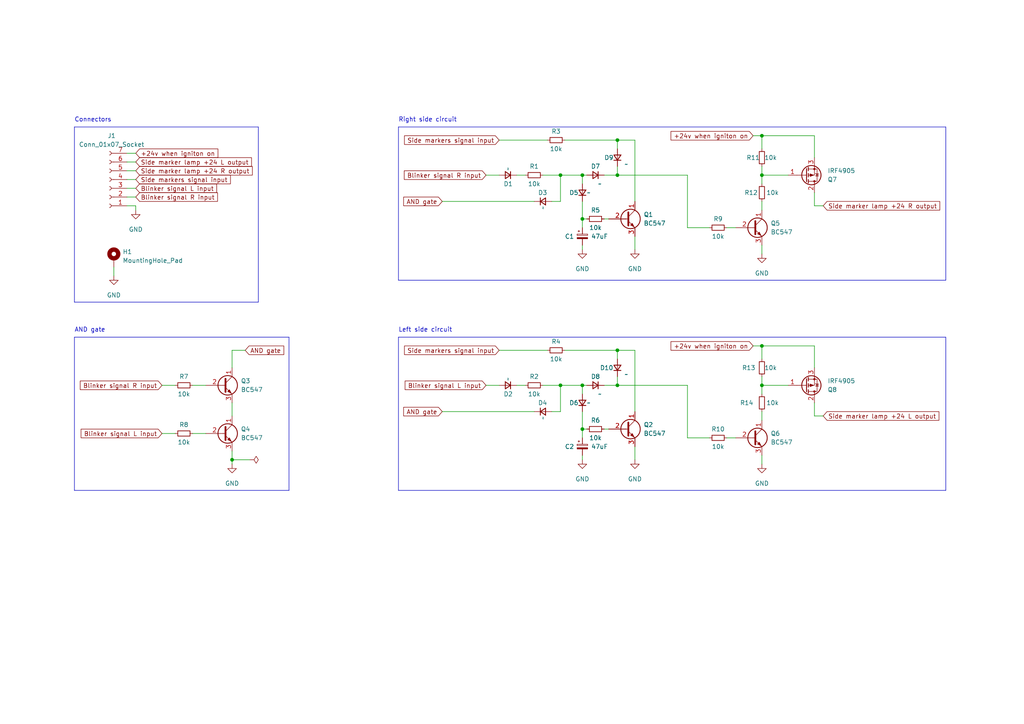
<source format=kicad_sch>
(kicad_sch (version 20230121) (generator eeschema)
  (paper "A4")
  (title_block (title "Side Markers Blinker") (date "2023-05-20") (rev "V 1.0"))
  (lib_symbols
    (symbol "Connector:Conn_01x07_Socket" (pin_names (offset 1.016) hide)
      (property "Reference" "J" (at 0 10.16 0))
      (property "Value" "Conn_01x07_Socket" (at 0 -10.16 0))
      (symbol "Conn_01x07_Socket_1_1"
        (arc (start 0 -7.112) (mid -0.5058 -7.62) (end 0 -8.128) (stroke (width 0.1524)))
        (arc (start 0 -4.572) (mid -0.5058 -5.08) (end 0 -5.588) (stroke (width 0.1524)))
        (arc (start 0 -2.032) (mid -0.5058 -2.54) (end 0 -3.048) (stroke (width 0.1524)))
        (polyline (pts (xy -1.27 -7.62) (xy -0.508 -7.62)) (stroke (width 0.1524)))
        (polyline (pts (xy -1.27 -5.08) (xy -0.508 -5.08)) (stroke (width 0.1524)))
        (polyline (pts (xy -1.27 -2.54) (xy -0.508 -2.54)) (stroke (width 0.1524)))
        (polyline (pts (xy -1.27 0) (xy -0.508 0)) (stroke (width 0.1524)))
        (polyline (pts (xy -1.27 2.54) (xy -0.508 2.54)) (stroke (width 0.1524)))
        (polyline (pts (xy -1.27 5.08) (xy -0.508 5.08)) (stroke (width 0.1524)))
        (polyline (pts (xy -1.27 7.62) (xy -0.508 7.62)) (stroke (width 0.1524)))
        (arc (start 0 0.508) (mid -0.5058 0) (end 0 -0.508) (stroke (width 0.1524)))
        (arc (start 0 3.048) (mid -0.5058 2.54) (end 0 2.032) (stroke (width 0.1524)))
        (arc (start 0 5.588) (mid -0.5058 5.08) (end 0 4.572) (stroke (width 0.1524)))
        (arc (start 0 8.128) (mid -0.5058 7.62) (end 0 7.112) (stroke (width 0.1524)))
        (pin passive line (at -5.08 7.62 0) (length 3.81) (name "Pin_1") (number "1"))
        (pin passive line (at -5.08 5.08 0) (length 3.81) (name "Pin_2") (number "2"))
        (pin passive line (at -5.08 2.54 0) (length 3.81) (name "Pin_3") (number "3"))
        (pin passive line (at -5.08 0 0) (length 3.81) (name "Pin_4") (number "4"))
        (pin passive line (at -5.08 -2.54 0) (length 3.81) (name "Pin_5") (number "5"))
        (pin passive line (at -5.08 -5.08 0) (length 3.81) (name "Pin_6") (number "6"))
        (pin passive line (at -5.08 -7.62 0) (length 3.81) (name "Pin_7") (number "7"))
      )
    )
    (symbol "Device:C_Polarized_Small" (pin_numbers hide) (pin_names (offset 0.254) hide)
      (property "Reference" "C" (at 0.254 1.778 0))
      (property "Value" "C_Polarized_Small" (at 0.254 -2.032 0))
      (symbol "C_Polarized_Small_0_1"
        (rectangle (start -1.524 -0.3048) (end 1.524 -0.6858) (fill (type outline)))
        (rectangle (start -1.524 0.6858) (end 1.524 0.3048))
        (polyline (pts (xy -1.27 1.524) (xy -0.762 1.524)))
        (polyline (pts (xy -1.016 1.27) (xy -1.016 1.778)))
      )
      (symbol "C_Polarized_Small_1_1"
        (pin passive line (at 0 2.54 270) (length 1.8542) (name "~") (number "1"))
        (pin passive line (at 0 -2.54 90) (length 1.8542) (name "~") (number "2"))
      )
    )
    (symbol "Device:D_Small" (pin_numbers hide) (pin_names (offset 0.254) hide)
      (property "Reference" "D" (at -1.27 2.032 0))
      (property "Value" "D_Small" (at -3.81 -2.032 0))
      (symbol "D_Small_0_1"
        (polyline (pts (xy -0.762 -1.016) (xy -0.762 1.016)) (stroke (width 0.254)))
        (polyline (pts (xy -0.762 0) (xy 0.762 0)))
        (polyline (pts (xy 0.762 -1.016) (xy -0.762 0) (xy 0.762 1.016) (xy 0.762 -1.016)) (stroke (width 0.254)))
      )
      (symbol "D_Small_1_1"
        (pin passive line (at -2.54 0 0) (length 1.778) (name "K") (number "1"))
        (pin passive line (at 2.54 0 180) (length 1.778) (name "A") (number "2"))
      )
    )
    (symbol "Device:R_Small" (pin_numbers hide) (pin_names (offset 0.254) hide)
      (property "Reference" "R" (at 0.762 0.508 0))
      (property "Value" "R_Small" (at 0.762 -1.016 0))
      (symbol "R_Small_0_1"
        (rectangle (start -0.762 1.778) (end 0.762 -1.778) (stroke (width 0.2032)))
      )
      (symbol "R_Small_1_1"
        (pin passive line (at 0 2.54 270) (length 0.762) (name "~") (number "1"))
        (pin passive line (at 0 -2.54 90) (length 0.762) (name "~") (number "2"))
      )
    )
    (symbol "Mechanical:MountingHole_Pad" (pin_numbers hide) (pin_names (offset 1.016) hide)
      (property "Reference" "H" (at 0 6.35 0))
      (property "Value" "MountingHole_Pad" (at 0 4.445 0))
      (symbol "MountingHole_Pad_0_1"
        (circle (center 0 1.27) (radius 1.27) (stroke (width 1.27)))
      )
      (symbol "MountingHole_Pad_1_1"
        (pin input line (at 0 -2.54 90) (length 2.54) (name "1") (number "1"))
      )
    )
    (symbol "Transistor_BJT:BC547" (pin_names (offset 0) hide)
      (property "Reference" "Q" (at 5.08 1.905 0))
      (property "Value" "BC547" (at 5.08 0 0))
      (symbol "BC547_0_1"
        (polyline (pts (xy 0 0) (xy 0.635 0)))
        (polyline (pts (xy 0.635 0.635) (xy 2.54 2.54)))
        (polyline (pts (xy 0.635 -0.635) (xy 2.54 -2.54) (xy 2.54 -2.54)))
        (polyline (pts (xy 0.635 1.905) (xy 0.635 -1.905) (xy 0.635 -1.905)) (stroke (width 0.508)))
        (polyline (pts (xy 1.27 -1.778) (xy 1.778 -1.27) (xy 2.286 -2.286) (xy 1.27 -1.778) (xy 1.27 -1.778)) (fill (type outline)))
        (circle (center 1.27 0) (radius 2.8194) (stroke (width 0.254)))
      )
      (symbol "BC547_1_1"
        (pin passive line (at 2.54 5.08 270) (length 2.54) (name "C") (number "1"))
        (pin input line (at -5.08 0 0) (length 5.08) (name "B") (number "2"))
        (pin passive line (at 2.54 -5.08 90) (length 2.54) (name "E") (number "3"))
      )
    )
    (symbol "Transistor_FET:IRF4905" (pin_names hide)
      (property "Reference" "Q" (at 5.08 1.905 0))
      (property "Value" "IRF4905" (at 5.08 0 0))
      (symbol "IRF4905_0_1"
        (polyline (pts (xy 0.254 0) (xy -2.54 0)))
        (polyline (pts (xy 0.254 1.905) (xy 0.254 -1.905)) (stroke (width 0.254)))
        (polyline (pts (xy 0.762 -1.27) (xy 0.762 -2.286)) (stroke (width 0.254)))
        (polyline (pts (xy 0.762 0.508) (xy 0.762 -0.508)) (stroke (width 0.254)))
        (polyline (pts (xy 0.762 2.286) (xy 0.762 1.27)) (stroke (width 0.254)))
        (polyline (pts (xy 2.54 2.54) (xy 2.54 1.778)))
        (polyline (pts (xy 2.54 -2.54) (xy 2.54 0) (xy 0.762 0)))
        (polyline (pts (xy 0.762 1.778) (xy 3.302 1.778) (xy 3.302 -1.778) (xy 0.762 -1.778)))
        (polyline (pts (xy 2.286 0) (xy 1.27 0.381) (xy 1.27 -0.381) (xy 2.286 0)) (fill (type outline)))
        (polyline (pts (xy 2.794 -0.508) (xy 2.921 -0.381) (xy 3.683 -0.381) (xy 3.81 -0.254)))
        (polyline (pts (xy 3.302 -0.381) (xy 2.921 0.254) (xy 3.683 0.254) (xy 3.302 -0.381)))
        (circle (center 1.651 0) (radius 2.794) (stroke (width 0.254)))
        (circle (center 2.54 -1.778) (radius 0.254) (fill (type outline)))
        (circle (center 2.54 1.778) (radius 0.254) (fill (type outline)))
      )
      (symbol "IRF4905_1_1"
        (pin input line (at -5.08 0 0) (length 2.54) (name "G") (number "1"))
        (pin passive line (at 2.54 5.08 270) (length 2.54) (name "D") (number "2"))
        (pin passive line (at 2.54 -5.08 90) (length 2.54) (name "S") (number "3"))
      )
    )
    (symbol "power:GND" (power) (pin_names (offset 0))
      (property "Value" "GND" (at 0 -3.81 0))
      (symbol "GND_0_1"
        (polyline (pts (xy 0 0) (xy 0 -1.27) (xy 1.27 -1.27) (xy 0 -2.54) (xy -1.27 -1.27) (xy 0 -1.27)))
      )
      (symbol "GND_1_1"
        (pin power_in line (at 0 0 270) (length 0) hide (name "GND") (number "1"))
      )
    )
    (symbol "power:PWR_FLAG" (power) (pin_numbers hide) (pin_names (offset 0) hide)
      (property "Value" "PWR_FLAG" (at 0 3.81 0))
      (symbol "PWR_FLAG_0_0"
        (pin power_out line (at 0 0 90) (length 0) (name "pwr") (number "1"))
      )
      (symbol "PWR_FLAG_0_1"
        (polyline (pts (xy 0 0) (xy 0 1.27) (xy -1.016 1.905) (xy 0 2.54) (xy 1.016 1.905) (xy 0 1.27)))
      )
    )
  )
  (junction (at 220.98 111.76))
  (junction (at 162.56 50.8))
  (junction (at 168.91 63.5))
  (junction (at 168.91 111.76))
  (junction (at 220.98 39.37))
  (junction (at 168.91 124.46))
  (junction (at 220.98 100.33))
  (junction (at 67.31 133.35))
  (junction (at 162.56 111.76))
  (junction (at 179.07 40.64))
  (junction (at 168.91 50.8))
  (junction (at 179.07 50.8))
  (junction (at 220.98 50.8))
  (junction (at 179.07 111.76))
  (junction (at 179.07 101.6))
  (wire (pts (xy 163.83 40.64) (xy 179.07 40.64)))
  (polyline (pts (xy 115.57 142.24) (xy 274.32 142.24)))
  (wire (pts (xy 220.98 119.38) (xy 220.98 121.92)))
  (polyline (pts (xy 274.32 142.24) (xy 274.32 97.79)))
  (wire (pts (xy 236.22 116.84) (xy 236.22 120.65)))
  (wire (pts (xy 184.15 68.58) (xy 184.15 72.39)))
  (wire (pts (xy 36.83 52.07) (xy 39.37 52.07)))
  (wire (pts (xy 168.91 63.5) (xy 170.18 63.5)))
  (wire (pts (xy 218.44 39.37) (xy 220.98 39.37)))
  (wire (pts (xy 39.37 60.96) (xy 39.37 59.69)))
  (wire (pts (xy 236.22 106.68) (xy 236.22 100.33)))
  (wire (pts (xy 236.22 45.72) (xy 236.22 39.37)))
  (wire (pts (xy 199.39 127) (xy 199.39 111.76)))
  (wire (pts (xy 168.91 71.12) (xy 168.91 72.39)))
  (wire (pts (xy 175.26 63.5) (xy 176.53 63.5)))
  (wire (pts (xy 170.18 50.8) (xy 168.91 50.8)))
  (wire (pts (xy 184.15 129.54) (xy 184.15 133.35)))
  (wire (pts (xy 55.88 125.73) (xy 59.69 125.73)))
  (wire (pts (xy 218.44 100.33) (xy 220.98 100.33)))
  (wire (pts (xy 220.98 132.08) (xy 220.98 134.62)))
  (wire (pts (xy 162.56 50.8) (xy 168.91 50.8)))
  (wire (pts (xy 236.22 120.65) (xy 238.76 120.65)))
  (wire (pts (xy 67.31 133.35) (xy 72.39 133.35)))
  (wire (pts (xy 220.98 50.8) (xy 220.98 53.34)))
  (wire (pts (xy 162.56 58.42) (xy 162.56 50.8)))
  (wire (pts (xy 140.97 111.76) (xy 144.78 111.76)))
  (wire (pts (xy 67.31 101.6) (xy 67.31 106.68)))
  (wire (pts (xy 210.82 127) (xy 213.36 127)))
  (wire (pts (xy 205.74 127) (xy 199.39 127)))
  (wire (pts (xy 175.26 111.76) (xy 179.07 111.76)))
  (wire (pts (xy 168.91 132.08) (xy 168.91 133.35)))
  (wire (pts (xy 210.82 66.04) (xy 213.36 66.04)))
  (wire (pts (xy 160.02 58.42) (xy 162.56 58.42)))
  (polyline (pts (xy 274.32 81.28) (xy 274.32 36.83)))
  (wire (pts (xy 220.98 100.33) (xy 220.98 104.14)))
  (wire (pts (xy 36.83 49.53) (xy 39.37 49.53)))
  (wire (pts (xy 162.56 119.38) (xy 162.56 111.76)))
  (polyline (pts (xy 21.59 97.79) (xy 21.59 142.24)))
  (wire (pts (xy 46.99 125.73) (xy 50.8 125.73)))
  (wire (pts (xy 220.98 48.26) (xy 220.98 50.8)))
  (polyline (pts (xy 21.59 142.24) (xy 83.82 142.24)))
  (wire (pts (xy 220.98 111.76) (xy 228.6 111.76)))
  (wire (pts (xy 168.91 111.76) (xy 168.91 114.3)))
  (wire (pts (xy 179.07 48.26) (xy 179.07 50.8)))
  (wire (pts (xy 168.91 119.38) (xy 168.91 124.46)))
  (wire (pts (xy 179.07 109.22) (xy 179.07 111.76)))
  (wire (pts (xy 71.12 101.6) (xy 67.31 101.6)))
  (wire (pts (xy 163.83 101.6) (xy 179.07 101.6)))
  (wire (pts (xy 199.39 111.76) (xy 179.07 111.76)))
  (wire (pts (xy 36.83 44.45) (xy 39.37 44.45)))
  (polyline (pts (xy 274.32 97.79) (xy 115.57 97.79)))
  (wire (pts (xy 144.78 101.6) (xy 158.75 101.6)))
  (polyline (pts (xy 115.57 36.83) (xy 115.57 81.28)))
  (wire (pts (xy 67.31 130.81) (xy 67.31 133.35)))
  (wire (pts (xy 170.18 111.76) (xy 168.91 111.76)))
  (wire (pts (xy 33.02 77.47) (xy 33.02 80.01)))
  (polyline (pts (xy 274.32 36.83) (xy 115.57 36.83)))
  (wire (pts (xy 149.86 50.8) (xy 152.4 50.8)))
  (wire (pts (xy 144.78 40.64) (xy 158.75 40.64)))
  (polyline (pts (xy 21.59 87.63) (xy 74.93 87.63)))
  (wire (pts (xy 55.88 111.76) (xy 59.69 111.76)))
  (polyline (pts (xy 74.93 87.63) (xy 74.93 36.83)))
  (wire (pts (xy 179.07 40.64) (xy 184.15 40.64)))
  (wire (pts (xy 128.27 119.38) (xy 154.94 119.38)))
  (wire (pts (xy 157.48 111.76) (xy 162.56 111.76)))
  (wire (pts (xy 36.83 46.99) (xy 39.37 46.99)))
  (wire (pts (xy 157.48 50.8) (xy 162.56 50.8)))
  (wire (pts (xy 220.98 39.37) (xy 220.98 43.18)))
  (wire (pts (xy 175.26 124.46) (xy 176.53 124.46)))
  (wire (pts (xy 149.86 111.76) (xy 152.4 111.76)))
  (wire (pts (xy 179.07 101.6) (xy 184.15 101.6)))
  (wire (pts (xy 220.98 50.8) (xy 228.6 50.8)))
  (wire (pts (xy 179.07 40.64) (xy 179.07 43.18)))
  (wire (pts (xy 220.98 111.76) (xy 220.98 114.3)))
  (polyline (pts (xy 83.82 142.24) (xy 83.82 97.79)))
  (wire (pts (xy 168.91 50.8) (xy 168.91 53.34)))
  (wire (pts (xy 160.02 119.38) (xy 162.56 119.38)))
  (wire (pts (xy 220.98 58.42) (xy 220.98 60.96)))
  (wire (pts (xy 236.22 59.69) (xy 238.76 59.69)))
  (wire (pts (xy 199.39 50.8) (xy 179.07 50.8)))
  (polyline (pts (xy 74.93 36.83) (xy 21.59 36.83)))
  (wire (pts (xy 67.31 116.84) (xy 67.31 120.65)))
  (wire (pts (xy 236.22 39.37) (xy 220.98 39.37)))
  (wire (pts (xy 168.91 124.46) (xy 168.91 127)))
  (wire (pts (xy 168.91 63.5) (xy 168.91 66.04)))
  (wire (pts (xy 179.07 101.6) (xy 179.07 104.14)))
  (wire (pts (xy 220.98 109.22) (xy 220.98 111.76)))
  (wire (pts (xy 199.39 66.04) (xy 199.39 50.8)))
  (polyline (pts (xy 21.59 36.83) (xy 21.59 87.63)))
  (wire (pts (xy 168.91 124.46) (xy 170.18 124.46)))
  (wire (pts (xy 220.98 71.12) (xy 220.98 73.66)))
  (wire (pts (xy 184.15 40.64) (xy 184.15 58.42)))
  (wire (pts (xy 236.22 55.88) (xy 236.22 59.69)))
  (wire (pts (xy 39.37 59.69) (xy 36.83 59.69)))
  (wire (pts (xy 36.83 54.61) (xy 39.37 54.61)))
  (wire (pts (xy 205.74 66.04) (xy 199.39 66.04)))
  (wire (pts (xy 236.22 100.33) (xy 220.98 100.33)))
  (wire (pts (xy 168.91 58.42) (xy 168.91 63.5)))
  (wire (pts (xy 46.99 111.76) (xy 50.8 111.76)))
  (wire (pts (xy 128.27 58.42) (xy 154.94 58.42)))
  (wire (pts (xy 175.26 50.8) (xy 179.07 50.8)))
  (wire (pts (xy 67.31 133.35) (xy 67.31 134.62)))
  (wire (pts (xy 36.83 57.15) (xy 39.37 57.15)))
  (wire (pts (xy 162.56 111.76) (xy 168.91 111.76)))
  (polyline (pts (xy 115.57 81.28) (xy 274.32 81.28)))
  (wire (pts (xy 184.15 101.6) (xy 184.15 119.38)))
  (polyline (pts (xy 83.82 97.79) (xy 21.59 97.79)))
  (polyline (pts (xy 115.57 97.79) (xy 115.57 142.24)))
  (wire (pts (xy 140.97 50.8) (xy 144.78 50.8)))
  (text "AND gate" (at 21.59 96.52 0) (effects (font (size 1.27 1.27)) (justify left bottom)))
  (text "Right side circuit" (at 115.57 35.56 0) (effects (font (size 1.27 1.27)) (justify left bottom)))
  (text "Connectors" (at 21.59 35.56 0) (effects (font (size 1.27 1.27)) (justify left bottom)))
  (text "Left side circuit" (at 115.57 96.52 0) (effects (font (size 1.27 1.27)) (justify left bottom)))
  (global_label "Blinker signal L input" (shape input) (at 46.99 125.73 180) (property "Intersheetrefs" "${INTERSHEET_REFS}" (effects hide)))
  (global_label "AND gate" (shape input) (at 128.27 119.38 180) (property "Intersheetrefs" "${INTERSHEET_REFS}" (effects hide)))
  (global_label "Side marker lamp +24 R output" (shape input) (at 238.76 59.69 0) (property "Intersheetrefs" "${INTERSHEET_REFS}" (effects hide)))
  (global_label "Blinker signal L input" (shape input) (at 39.37 54.61 0) (property "Intersheetrefs" "${INTERSHEET_REFS}" (effects hide)))
  (global_label "Blinker signal R input" (shape input) (at 140.97 50.8 180) (property "Intersheetrefs" "${INTERSHEET_REFS}" (effects hide)))
  (global_label "Blinker signal R input" (shape input) (at 46.99 111.76 180) (property "Intersheetrefs" "${INTERSHEET_REFS}" (effects hide)))
  (global_label "+24v when igniton on" (shape input) (at 218.44 100.33 180) (property "Intersheetrefs" "${INTERSHEET_REFS}" (effects hide)))
  (global_label "Side marker lamp +24 L output" (shape input) (at 238.76 120.65 0) (property "Intersheetrefs" "${INTERSHEET_REFS}" (effects hide)))
  (global_label "AND gate" (shape input) (at 71.12 101.6 0) (property "Intersheetrefs" "${INTERSHEET_REFS}" (effects hide)))
  (global_label "+24v when igniton on" (shape input) (at 39.37 44.45 0) (property "Intersheetrefs" "${INTERSHEET_REFS}" (effects hide)))
  (global_label "Side markers signal input" (shape input) (at 39.37 52.07 0) (property "Intersheetrefs" "${INTERSHEET_REFS}" (effects hide)))
  (global_label "AND gate" (shape input) (at 128.27 58.42 180) (property "Intersheetrefs" "${INTERSHEET_REFS}" (effects hide)))
  (global_label "Side marker lamp +24 L output" (shape input) (at 39.37 46.99 0) (property "Intersheetrefs" "${INTERSHEET_REFS}" (effects hide)))
  (global_label "Side marker lamp +24 R output" (shape input) (at 39.37 49.53 0) (property "Intersheetrefs" "${INTERSHEET_REFS}" (effects hide)))
  (global_label "Blinker signal R input" (shape input) (at 39.37 57.15 0) (property "Intersheetrefs" "${INTERSHEET_REFS}" (effects hide)))
  (global_label "Side markers signal input" (shape input) (at 144.78 101.6 180) (property "Intersheetrefs" "${INTERSHEET_REFS}" (effects hide)))
  (global_label "Blinker signal L input" (shape input) (at 140.97 111.76 180) (property "Intersheetrefs" "${INTERSHEET_REFS}" (effects hide)))
  (global_label "Side markers signal input" (shape input) (at 144.78 40.64 180) (property "Intersheetrefs" "${INTERSHEET_REFS}" (effects hide)))
  (global_label "+24v when igniton on" (shape input) (at 218.44 39.37 180) (property "Intersheetrefs" "${INTERSHEET_REFS}" (effects hide)))
  (symbol (lib_id "Transistor_FET:IRF4905") (at 233.68 111.76 0) (mirror x) (unit 1)
    (property "Reference" "Q8" (at 240.03 113.03 0) (effects (justify left)))
    (property "Value" "IRF4905" (at 240.03 110.49 0) (effects (justify left)))
    (property "Footprint" "Package_TO_SOT_THT:TO-220-3_Horizontal_TabDown" (effects hide))
    (property "Datasheet" "http://www.infineon.com/dgdl/irf4905.pdf?fileId=5546d462533600a4015355e32165197c" (effects hide))
  )
  (symbol (lib_id "Transistor_BJT:BC547") (at 181.61 124.46 0) (unit 1)
    (property "Reference" "Q2" (at 186.69 123.19 0) (effects (justify left)))
    (property "Value" "BC547" (at 186.69 125.73 0) (effects (justify left)))
    (property "Footprint" "Package_TO_SOT_THT:TO-92_Inline" (effects hide))
    (property "Datasheet" "https://www.onsemi.com/pub/Collateral/BC550-D.pdf" (effects hide))
  )
  (symbol (lib_id "power:GND") (at 39.37 60.96 0) (unit 1)
    (property "Reference" "#PWR02" (effects hide))
    (property "Value" "GND" (at 39.37 66.548 0))
  )
  (symbol (lib_id "power:GND") (at 220.98 73.66 0) (unit 1)
    (property "Reference" "#PWR08" (effects hide))
    (property "Value" "GND" (at 220.98 79.248 0))
  )
  (symbol (lib_id "Device:D_Small") (at 179.07 45.72 90) (unit 1)
    (property "Reference" "D9" (at 175.26 45.72 90) (effects (justify right)))
    (property "Value" "~" (at 181.102 47.625 90) (effects (justify right)))
    (property "Footprint" "Diode_THT:D_DO-41_SOD81_P7.62mm_Horizontal" (effects hide))
    (property "Sim.Device" "D" (effects hide))
    (property "Sim.Pins" "1=K 2=A" (effects hide))
  )
  (symbol (lib_id "Device:R_Small") (at 220.98 106.68 180) (unit 1)
    (property "Reference" "R13" (at 217.17 106.68 0))
    (property "Value" "10k" (at 223.52 106.68 0))
    (property "Footprint" "Resistor_THT:R_Axial_DIN0207_L6.3mm_D2.5mm_P7.62mm_Horizontal" (effects hide))
  )
  (symbol (lib_id "Device:R_Small") (at 208.28 127 90) (unit 1)
    (property "Reference" "R10" (at 208.28 124.46 90))
    (property "Value" "10k" (at 208.28 129.54 90))
    (property "Footprint" "Resistor_THT:R_Axial_DIN0207_L6.3mm_D2.5mm_P7.62mm_Horizontal" (effects hide))
  )
  (symbol (lib_id "power:PWR_FLAG") (at 72.39 133.35 270) (unit 1)
    (property "Reference" "#FLG01" (effects hide))
    (property "Value" "PWR_FLAG" (effects hide))
  )
  (symbol (lib_id "Device:R_Small") (at 161.29 40.64 90) (unit 1)
    (property "Reference" "R3" (at 161.29 38.1 90))
    (property "Value" "10k" (at 161.29 43.18 90))
    (property "Footprint" "Resistor_THT:R_Axial_DIN0207_L6.3mm_D2.5mm_P7.62mm_Horizontal" (effects hide))
  )
  (symbol (lib_id "Transistor_BJT:BC547") (at 181.61 63.5 0) (unit 1)
    (property "Reference" "Q1" (at 186.69 62.23 0) (effects (justify left)))
    (property "Value" "BC547" (at 186.69 64.77 0) (effects (justify left)))
    (property "Footprint" "Package_TO_SOT_THT:TO-92_Inline" (effects hide))
    (property "Datasheet" "https://www.onsemi.com/pub/Collateral/BC550-D.pdf" (effects hide))
  )
  (symbol (lib_id "Transistor_BJT:BC547") (at 64.77 111.76 0) (unit 1)
    (property "Reference" "Q3" (at 69.85 110.49 0) (effects (justify left)))
    (property "Value" "BC547" (at 69.85 113.03 0) (effects (justify left)))
    (property "Footprint" "Package_TO_SOT_THT:TO-92_Inline" (effects hide))
    (property "Datasheet" "https://www.onsemi.com/pub/Collateral/BC550-D.pdf" (effects hide))
  )
  (symbol (lib_id "Device:R_Small") (at 220.98 116.84 0) (unit 1)
    (property "Reference" "R14" (at 214.63 116.84 0) (effects (justify left)))
    (property "Value" "10k" (at 222.25 116.84 0) (effects (justify left)))
    (property "Footprint" "Resistor_THT:R_Axial_DIN0207_L6.3mm_D2.5mm_P7.62mm_Horizontal" (effects hide))
  )
  (symbol (lib_id "Transistor_BJT:BC547") (at 218.44 127 0) (unit 1)
    (property "Reference" "Q6" (at 223.52 125.73 0) (effects (justify left)))
    (property "Value" "BC547" (at 223.52 128.27 0) (effects (justify left)))
    (property "Footprint" "Package_TO_SOT_THT:TO-92_Inline" (effects hide))
    (property "Datasheet" "https://www.onsemi.com/pub/Collateral/BC550-D.pdf" (effects hide))
  )
  (symbol (lib_id "power:GND") (at 67.31 134.62 0) (unit 1)
    (property "Reference" "#PWR07" (effects hide))
    (property "Value" "GND" (at 67.31 140.208 0))
  )
  (symbol (lib_id "Device:R_Small") (at 172.72 63.5 90) (unit 1)
    (property "Reference" "R5" (at 172.72 60.96 90))
    (property "Value" "10k" (at 172.72 66.04 90))
    (property "Footprint" "Resistor_THT:R_Axial_DIN0207_L6.3mm_D2.5mm_P7.62mm_Horizontal" (effects hide))
  )
  (symbol (lib_id "power:GND") (at 184.15 133.35 0) (unit 1)
    (property "Reference" "#PWR06" (effects hide))
    (property "Value" "GND" (at 184.15 138.938 0))
  )
  (symbol (lib_id "Transistor_BJT:BC547") (at 64.77 125.73 0) (unit 1)
    (property "Reference" "Q4" (at 69.85 124.46 0) (effects (justify left)))
    (property "Value" "BC547" (at 69.85 127 0) (effects (justify left)))
    (property "Footprint" "Package_TO_SOT_THT:TO-92_Inline" (effects hide))
    (property "Datasheet" "https://www.onsemi.com/pub/Collateral/BC550-D.pdf" (effects hide))
  )
  (symbol (lib_id "Connector:Conn_01x07_Socket") (at 31.75 52.07 180) (unit 1)
    (property "Reference" "J1" (at 32.385 39.37 0))
    (property "Value" "Conn_01x07_Socket" (at 32.385 41.91 0))
    (property "Footprint" "Connector_TE-Connectivity:TE_826576-7_1x07_P3.96mm_Vertical" (effects hide))
  )
  (symbol (lib_id "Device:R_Small") (at 208.28 66.04 90) (unit 1)
    (property "Reference" "R9" (at 208.28 63.5 90))
    (property "Value" "10k" (at 208.28 68.58 90))
    (property "Footprint" "Resistor_THT:R_Axial_DIN0207_L6.3mm_D2.5mm_P7.62mm_Horizontal" (effects hide))
  )
  (symbol (lib_id "power:GND") (at 33.02 80.01 0) (unit 1)
    (property "Reference" "#PWR01" (effects hide))
    (property "Value" "GND" (at 33.02 85.598 0))
  )
  (symbol (lib_id "Transistor_FET:IRF4905") (at 233.68 50.8 0) (mirror x) (unit 1)
    (property "Reference" "Q7" (at 240.03 52.07 0) (effects (justify left)))
    (property "Value" "IRF4905" (at 240.03 49.53 0) (effects (justify left)))
    (property "Footprint" "Package_TO_SOT_THT:TO-220-3_Horizontal_TabDown" (effects hide))
    (property "Datasheet" "http://www.infineon.com/dgdl/irf4905.pdf?fileId=5546d462533600a4015355e32165197c" (effects hide))
  )
  (symbol (lib_id "Device:C_Polarized_Small") (at 168.91 129.54 0) (unit 1)
    (property "Reference" "C2" (at 163.83 129.54 0) (effects (justify left)))
    (property "Value" "47uF" (at 171.45 129.54 0) (effects (justify left)))
    (property "Footprint" "Capacitor_THT:CP_Radial_D5.0mm_P2.00mm" (effects hide))
  )
  (symbol (lib_id "Device:R_Small") (at 53.34 125.73 90) (unit 1)
    (property "Reference" "R8" (at 53.34 123.19 90))
    (property "Value" "10k" (at 53.34 128.27 90))
    (property "Footprint" "Resistor_THT:R_Axial_DIN0207_L6.3mm_D2.5mm_P7.62mm_Horizontal" (effects hide))
  )
  (symbol (lib_id "Device:R_Small") (at 154.94 50.8 90) (unit 1)
    (property "Reference" "R1" (at 154.94 48.26 90))
    (property "Value" "10k" (at 154.94 53.34 90))
    (property "Footprint" "Resistor_THT:R_Axial_DIN0207_L6.3mm_D2.5mm_P7.62mm_Horizontal" (effects hide))
  )
  (symbol (lib_id "Transistor_BJT:BC547") (at 218.44 66.04 0) (unit 1)
    (property "Reference" "Q5" (at 223.52 64.77 0) (effects (justify left)))
    (property "Value" "BC547" (at 223.52 67.31 0) (effects (justify left)))
    (property "Footprint" "Package_TO_SOT_THT:TO-92_Inline" (effects hide))
    (property "Datasheet" "https://www.onsemi.com/pub/Collateral/BC550-D.pdf" (effects hide))
  )
  (symbol (lib_id "Device:C_Polarized_Small") (at 168.91 68.58 0) (unit 1)
    (property "Reference" "C1" (at 163.83 68.58 0) (effects (justify left)))
    (property "Value" "47uF" (at 171.45 68.58 0) (effects (justify left)))
    (property "Footprint" "Capacitor_THT:CP_Radial_D5.0mm_P2.00mm" (effects hide))
  )
  (symbol (lib_id "Device:R_Small") (at 53.34 111.76 90) (unit 1)
    (property "Reference" "R7" (at 53.34 109.22 90))
    (property "Value" "10k" (at 53.34 114.3 90))
    (property "Footprint" "Resistor_THT:R_Axial_DIN0207_L6.3mm_D2.5mm_P7.62mm_Horizontal" (effects hide))
  )
  (symbol (lib_id "Device:D_Small") (at 172.72 111.76 180) (unit 1)
    (property "Reference" "D8" (at 172.72 109.22 0))
    (property "Value" "~" (at 173.99 114.3 0))
    (property "Footprint" "Diode_THT:D_DO-41_SOD81_P7.62mm_Horizontal" (effects hide))
    (property "Sim.Device" "D" (effects hide))
    (property "Sim.Pins" "1=K 2=A" (effects hide))
  )
  (symbol (lib_id "Device:R_Small") (at 220.98 45.72 180) (unit 1)
    (property "Reference" "R11" (at 218.44 45.72 0))
    (property "Value" "10k" (at 223.52 45.72 0))
    (property "Footprint" "Resistor_THT:R_Axial_DIN0207_L6.3mm_D2.5mm_P7.62mm_Horizontal" (effects hide))
  )
  (symbol (lib_id "power:GND") (at 184.15 72.39 0) (unit 1)
    (property "Reference" "#PWR05" (effects hide))
    (property "Value" "GND" (at 184.15 77.978 0))
  )
  (symbol (lib_id "Device:R_Small") (at 154.94 111.76 90) (unit 1)
    (property "Reference" "R2" (at 154.94 109.22 90))
    (property "Value" "10k" (at 154.94 114.3 90))
    (property "Footprint" "Resistor_THT:R_Axial_DIN0207_L6.3mm_D2.5mm_P7.62mm_Horizontal" (effects hide))
  )
  (symbol (lib_id "Device:D_Small") (at 147.32 50.8 180) (unit 1)
    (property "Reference" "D1" (at 146.05 53.34 0) (effects (justify right)))
    (property "Value" "~" (at 147.32 49.53 90) (effects (justify right)))
    (property "Footprint" "Diode_THT:D_DO-41_SOD81_P7.62mm_Horizontal" (effects hide))
    (property "Sim.Device" "D" (effects hide))
    (property "Sim.Pins" "1=K 2=A" (effects hide))
  )
  (symbol (lib_id "Device:D_Small") (at 168.91 116.84 90) (unit 1)
    (property "Reference" "D6" (at 165.1 116.84 90) (effects (justify right)))
    (property "Value" "~" (at 170.18 116.84 90) (effects (justify right)))
    (property "Footprint" "Diode_THT:D_DO-41_SOD81_P7.62mm_Horizontal" (effects hide))
    (property "Sim.Device" "D" (effects hide))
    (property "Sim.Pins" "1=K 2=A" (effects hide))
  )
  (symbol (lib_id "Device:R_Small") (at 161.29 101.6 90) (unit 1)
    (property "Reference" "R4" (at 161.29 99.06 90))
    (property "Value" "10k" (at 161.29 104.14 90))
    (property "Footprint" "Resistor_THT:R_Axial_DIN0207_L6.3mm_D2.5mm_P7.62mm_Horizontal" (effects hide))
  )
  (symbol (lib_id "Device:R_Small") (at 172.72 124.46 90) (unit 1)
    (property "Reference" "R6" (at 172.72 121.92 90))
    (property "Value" "10k" (at 172.72 127 90))
    (property "Footprint" "Resistor_THT:R_Axial_DIN0207_L6.3mm_D2.5mm_P7.62mm_Horizontal" (effects hide))
  )
  (symbol (lib_id "Device:D_Small") (at 157.48 119.38 0) (unit 1)
    (property "Reference" "D4" (at 158.75 116.84 0) (effects (justify right)))
    (property "Value" "~" (at 157.48 120.65 90) (effects (justify right)))
    (property "Footprint" "Diode_THT:D_DO-41_SOD81_P7.62mm_Horizontal" (effects hide))
    (property "Sim.Device" "D" (effects hide))
    (property "Sim.Pins" "1=K 2=A" (effects hide))
  )
  (symbol (lib_id "Device:D_Small") (at 157.48 58.42 0) (unit 1)
    (property "Reference" "D3" (at 158.75 55.88 0) (effects (justify right)))
    (property "Value" "~" (at 157.48 59.69 90) (effects (justify right)))
    (property "Footprint" "Diode_THT:D_DO-41_SOD81_P7.62mm_Horizontal" (effects hide))
    (property "Sim.Device" "D" (effects hide))
    (property "Sim.Pins" "1=K 2=A" (effects hide))
  )
  (symbol (lib_id "Device:D_Small") (at 179.07 106.68 90) (unit 1)
    (property "Reference" "D10" (at 173.99 106.68 90) (effects (justify right)))
    (property "Value" "~" (at 181.102 108.585 90) (effects (justify right)))
    (property "Footprint" "Diode_THT:D_DO-41_SOD81_P7.62mm_Horizontal" (effects hide))
    (property "Sim.Device" "D" (effects hide))
    (property "Sim.Pins" "1=K 2=A" (effects hide))
  )
  (symbol (lib_id "power:GND") (at 220.98 134.62 0) (unit 1)
    (property "Reference" "#PWR09" (effects hide))
    (property "Value" "GND" (at 220.98 140.208 0))
  )
  (symbol (lib_id "Device:R_Small") (at 220.98 55.88 0) (unit 1)
    (property "Reference" "R12" (at 215.9 55.88 0) (effects (justify left)))
    (property "Value" "10k" (at 222.25 55.88 0) (effects (justify left)))
    (property "Footprint" "Resistor_THT:R_Axial_DIN0207_L6.3mm_D2.5mm_P7.62mm_Horizontal" (effects hide))
  )
  (symbol (lib_id "Device:D_Small") (at 147.32 111.76 180) (unit 1)
    (property "Reference" "D2" (at 146.05 114.3 0) (effects (justify right)))
    (property "Value" "~" (at 147.32 110.49 90) (effects (justify right)))
    (property "Footprint" "Diode_THT:D_DO-41_SOD81_P7.62mm_Horizontal" (effects hide))
    (property "Sim.Device" "D" (effects hide))
    (property "Sim.Pins" "1=K 2=A" (effects hide))
  )
  (symbol (lib_id "Device:D_Small") (at 168.91 55.88 90) (unit 1)
    (property "Reference" "D5" (at 165.1 55.88 90) (effects (justify right)))
    (property "Value" "~" (at 170.18 55.88 90) (effects (justify right)))
    (property "Footprint" "Diode_THT:D_DO-41_SOD81_P7.62mm_Horizontal" (effects hide))
    (property "Sim.Device" "D" (effects hide))
    (property "Sim.Pins" "1=K 2=A" (effects hide))
  )
  (symbol (lib_id "power:GND") (at 168.91 133.35 0) (unit 1)
    (property "Reference" "#PWR04" (effects hide))
    (property "Value" "GND" (at 168.91 138.938 0))
  )
  (symbol (lib_id "power:GND") (at 168.91 72.39 0) (unit 1)
    (property "Reference" "#PWR03" (effects hide))
    (property "Value" "GND" (at 168.91 77.978 0))
  )
  (symbol (lib_id "Device:D_Small") (at 172.72 50.8 180) (unit 1)
    (property "Reference" "D7" (at 172.72 48.26 0))
    (property "Value" "~" (at 173.99 53.34 0))
    (property "Footprint" "Diode_THT:D_DO-41_SOD81_P7.62mm_Horizontal" (effects hide))
    (property "Sim.Device" "D" (effects hide))
    (property "Sim.Pins" "1=K 2=A" (effects hide))
  )
  (symbol (lib_id "Mechanical:MountingHole_Pad") (at 33.02 74.93 0) (unit 1)
    (property "Reference" "H1" (at 35.56 73.025 0) (effects (justify left)))
    (property "Value" "MountingHole_Pad" (at 35.56 75.565 0) (effects (justify left)))
    (property "Footprint" "MountingHole:MountingHole_6mm_Pad" (effects hide))
  )
)
</source>
